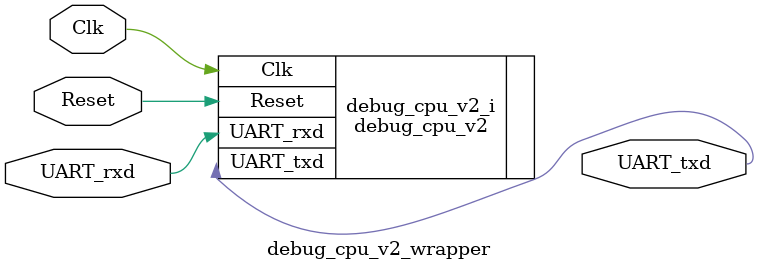
<source format=v>
`timescale 1 ps / 1 ps

module debug_cpu_v2_wrapper
   (Clk,
    Reset,
    UART_rxd,
    UART_txd);
  input Clk;
  input Reset;
  input UART_rxd;
  output UART_txd;

  wire Clk;
  wire Reset;
  wire UART_rxd;
  wire UART_txd;

  debug_cpu_v2 debug_cpu_v2_i
       (.Clk(Clk),
        .Reset(Reset),
        .UART_rxd(UART_rxd),
        .UART_txd(UART_txd));
endmodule

</source>
